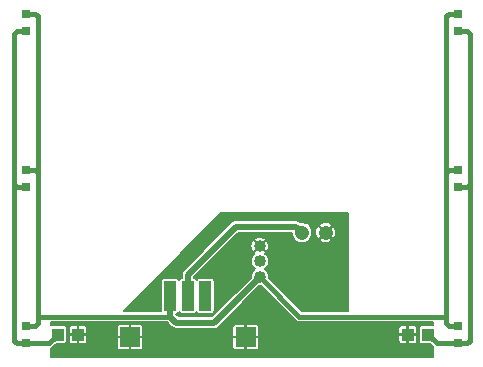
<source format=gtl>
G04 #@! TF.GenerationSoftware,KiCad,Pcbnew,6.0.0-rc1-unknown-r13375-f0c57176*
G04 #@! TF.CreationDate,2018-08-09T00:22:08-05:00*
G04 #@! TF.ProjectId,led_array,6C65645F61727261792E6B696361645F,1*
G04 #@! TF.SameCoordinates,PX7445a00PY7445a00*
G04 #@! TF.FileFunction,Copper,L1,Top,Signal*
G04 #@! TF.FilePolarity,Positive*
%FSLAX46Y46*%
G04 Gerber Fmt 4.6, Leading zero omitted, Abs format (unit mm)*
G04 Created by KiCad (PCBNEW 6.0.0-rc1-unknown-r13375-f0c57176) date Thu Aug  9 00:22:08 2018*
%MOMM*%
%LPD*%
G01*
G04 APERTURE LIST*
G04 #@! TA.AperFunction,SMDPad,CuDef*
%ADD10R,0.800000X0.800000*%
G04 #@! TD*
G04 #@! TA.AperFunction,SMDPad,CuDef*
%ADD11R,1.000000X1.100000*%
G04 #@! TD*
G04 #@! TA.AperFunction,SMDPad,CuDef*
%ADD12R,1.700000X1.700000*%
G04 #@! TD*
G04 #@! TA.AperFunction,SMDPad,CuDef*
%ADD13R,1.000000X2.500000*%
G04 #@! TD*
G04 #@! TA.AperFunction,ComponentPad*
%ADD14C,1.016000*%
G04 #@! TD*
G04 #@! TA.AperFunction,ComponentPad*
%ADD15C,1.208000*%
G04 #@! TD*
G04 #@! TA.AperFunction,ViaPad*
%ADD16C,0.800000*%
G04 #@! TD*
G04 #@! TA.AperFunction,Conductor*
%ADD17C,0.381000*%
G04 #@! TD*
G04 #@! TA.AperFunction,Conductor*
%ADD18C,0.508000*%
G04 #@! TD*
G04 #@! TA.AperFunction,Conductor*
%ADD19C,0.152400*%
G04 #@! TD*
G04 APERTURE END LIST*
D10*
G04 #@! TO.P,RED3,C*
G04 #@! TO.N,Net-(R1-Pad1)*
X1524000Y27698000D03*
G04 #@! TO.P,RED3,A*
G04 #@! TO.N,/VCC*
X1524000Y29198000D03*
G04 #@! TD*
G04 #@! TO.P,RED3,A*
G04 #@! TO.N,/VCC*
X1524000Y15990000D03*
G04 #@! TO.P,RED3,C*
G04 #@! TO.N,Net-(R1-Pad1)*
X1524000Y14490000D03*
G04 #@! TD*
G04 #@! TO.P,GREEN3,C*
G04 #@! TO.N,Net-(GREEN1-PadC)*
X38100000Y14490000D03*
G04 #@! TO.P,GREEN3,A*
G04 #@! TO.N,/VCC*
X38100000Y15990000D03*
G04 #@! TD*
G04 #@! TO.P,GREEN3,A*
G04 #@! TO.N,/VCC*
X38100000Y29198000D03*
G04 #@! TO.P,GREEN3,C*
G04 #@! TO.N,Net-(GREEN1-PadC)*
X38100000Y27698000D03*
G04 #@! TD*
D11*
G04 #@! TO.P,R1,2*
G04 #@! TO.N,/GND*
X5930000Y2032000D03*
G04 #@! TO.P,R1,1*
G04 #@! TO.N,Net-(R1-Pad1)*
X4230000Y2032000D03*
G04 #@! TD*
G04 #@! TO.P,R2,2*
G04 #@! TO.N,/GND*
X33860000Y2032000D03*
G04 #@! TO.P,R2,1*
G04 #@! TO.N,Net-(GREEN1-PadC)*
X35560000Y2032000D03*
G04 #@! TD*
D12*
G04 #@! TO.P,U$1,GND2*
G04 #@! TO.N,/GND*
X10340000Y1816000D03*
G04 #@! TO.P,U$1,GND1*
X20140000Y1816000D03*
D13*
G04 #@! TO.P,U$1,3*
G04 #@! TO.N,/VCC*
X13740000Y5316000D03*
G04 #@! TO.P,U$1,2*
G04 #@! TO.N,/BATT*
X15240000Y5316000D03*
G04 #@! TO.P,U$1,1*
G04 #@! TO.N,/FLOAT*
X16740000Y5316000D03*
G04 #@! TD*
D10*
G04 #@! TO.P,RED3,C*
G04 #@! TO.N,Net-(R1-Pad1)*
X1524000Y1282000D03*
G04 #@! TO.P,RED3,A*
G04 #@! TO.N,/VCC*
X1524000Y2782000D03*
G04 #@! TD*
G04 #@! TO.P,GREEN3,C*
G04 #@! TO.N,Net-(GREEN1-PadC)*
X38100000Y1282000D03*
G04 #@! TO.P,GREEN3,A*
G04 #@! TO.N,/VCC*
X38100000Y2782000D03*
G04 #@! TD*
D14*
G04 #@! TO.P,U$2,1*
G04 #@! TO.N,/GND*
X21336000Y9512600D03*
G04 #@! TO.P,U$2,3*
G04 #@! TO.N,/VCC*
X21336000Y6896400D03*
G04 #@! TO.P,U$2,2*
G04 #@! TO.N,/SIG*
X21336000Y8242600D03*
G04 #@! TD*
D15*
G04 #@! TO.P,U$3,PWR*
G04 #@! TO.N,/BATT*
X24908000Y10668000D03*
G04 #@! TO.P,U$3,GND*
G04 #@! TO.N,/GND*
X26908000Y10668000D03*
G04 #@! TD*
D16*
G04 #@! TO.N,/GND*
X12700000Y1524000D03*
X17780000Y1524000D03*
G04 #@! TD*
D17*
G04 #@! TO.N,Net-(R1-Pad1)*
X743000Y27698000D02*
X1524000Y27698000D01*
X508000Y27463000D02*
X743000Y27698000D01*
X743000Y1282000D02*
X508000Y1517000D01*
X1524000Y1282000D02*
X743000Y1282000D01*
X508000Y14725000D02*
X508000Y14732000D01*
X743000Y14490000D02*
X508000Y14725000D01*
X1524000Y14490000D02*
X743000Y14490000D01*
X508000Y1517000D02*
X508000Y14732000D01*
X508000Y14732000D02*
X508000Y27463000D01*
X3480000Y1282000D02*
X4230000Y2032000D01*
X1524000Y1282000D02*
X3480000Y1282000D01*
D18*
G04 #@! TO.N,/VCC*
X21336000Y6896400D02*
X17487600Y3048000D01*
X13740000Y3558000D02*
X13740000Y5316000D01*
X14250000Y3048000D02*
X13740000Y3558000D01*
X17487600Y3048000D02*
X14250000Y3048000D01*
D17*
X2305000Y29198000D02*
X2540000Y28963000D01*
X1524000Y29198000D02*
X2305000Y29198000D01*
X13738000Y3556000D02*
X13740000Y3558000D01*
X2540000Y3556000D02*
X13738000Y3556000D01*
X2540000Y3017000D02*
X2540000Y3556000D01*
X2305000Y2782000D02*
X2540000Y3017000D01*
X1524000Y2782000D02*
X2305000Y2782000D01*
X24676400Y3556000D02*
X21336000Y6896400D01*
X37084000Y3556000D02*
X24676400Y3556000D01*
X37084000Y28963000D02*
X37084000Y3556000D01*
X38100000Y29198000D02*
X37319000Y29198000D01*
X37319000Y29198000D02*
X37084000Y28963000D01*
X37084000Y3017000D02*
X37084000Y3556000D01*
X37319000Y2782000D02*
X37084000Y3017000D01*
X38100000Y2782000D02*
X37319000Y2782000D01*
X2540000Y15755000D02*
X2540000Y15240000D01*
X2305000Y15990000D02*
X2540000Y15755000D01*
X1524000Y15990000D02*
X2305000Y15990000D01*
X2540000Y28963000D02*
X2540000Y15240000D01*
X2540000Y15240000D02*
X2540000Y3556000D01*
X37319000Y15990000D02*
X37084000Y15755000D01*
X38100000Y15990000D02*
X37319000Y15990000D01*
G04 #@! TO.N,Net-(GREEN1-PadC)*
X38881000Y27698000D02*
X38100000Y27698000D01*
X39116000Y27463000D02*
X38881000Y27698000D01*
X38881000Y1282000D02*
X39116000Y1517000D01*
X38100000Y1282000D02*
X38881000Y1282000D01*
X39116000Y14725000D02*
X39116000Y14732000D01*
X38100000Y14490000D02*
X38881000Y14490000D01*
X38881000Y14490000D02*
X39116000Y14725000D01*
X39116000Y1517000D02*
X39116000Y14732000D01*
X39116000Y14732000D02*
X39116000Y27463000D01*
X36310000Y1282000D02*
X35560000Y2032000D01*
X38100000Y1282000D02*
X36310000Y1282000D01*
D18*
G04 #@! TO.N,/BATT*
X24908000Y10668000D02*
X24892000Y10668000D01*
X24892000Y10668000D02*
X24384000Y11176000D01*
X24384000Y11176000D02*
X19304000Y11176000D01*
X15240000Y7112000D02*
X15240000Y5316000D01*
X19304000Y11176000D02*
X15240000Y7112000D01*
G04 #@! TD*
D19*
G04 #@! TO.N,/GND*
G36*
X24330184Y3242203D02*
X24344797Y3224397D01*
X24362603Y3209784D01*
X24362604Y3209783D01*
X24415860Y3166076D01*
X24442311Y3151938D01*
X24496938Y3122739D01*
X24584911Y3096053D01*
X24653474Y3089300D01*
X24653485Y3089300D01*
X24676400Y3087043D01*
X24699315Y3089300D01*
X35991800Y3089300D01*
X35991800Y2859536D01*
X35060000Y2859536D01*
X35005855Y2854203D01*
X34953792Y2838410D01*
X34905809Y2812763D01*
X34863752Y2778248D01*
X34829237Y2736191D01*
X34803590Y2688208D01*
X34787797Y2636145D01*
X34782464Y2582000D01*
X34782464Y1482000D01*
X34787797Y1427855D01*
X34803590Y1375792D01*
X34829237Y1327809D01*
X34863752Y1285752D01*
X34905809Y1251237D01*
X34953792Y1225590D01*
X35005855Y1209797D01*
X35060000Y1204464D01*
X35727523Y1204464D01*
X35963783Y968204D01*
X35978397Y950397D01*
X35991800Y939397D01*
X35991800Y101200D01*
X3632200Y101200D01*
X3632200Y840469D01*
X3659462Y848739D01*
X3740539Y892076D01*
X3811603Y950397D01*
X3826221Y968209D01*
X4062476Y1204464D01*
X4730000Y1204464D01*
X4784145Y1209797D01*
X4836208Y1225590D01*
X4884191Y1251237D01*
X4926248Y1285752D01*
X4960763Y1327809D01*
X4986410Y1375792D01*
X5002203Y1427855D01*
X5007536Y1482000D01*
X5007536Y1937350D01*
X5151400Y1937350D01*
X5151400Y1454561D01*
X5162106Y1400736D01*
X5183108Y1350034D01*
X5213597Y1304403D01*
X5252403Y1265597D01*
X5298033Y1235108D01*
X5348735Y1214106D01*
X5402560Y1203400D01*
X5835350Y1203400D01*
X5905000Y1273050D01*
X5905000Y2007000D01*
X5955000Y2007000D01*
X5955000Y1273050D01*
X6024650Y1203400D01*
X6457440Y1203400D01*
X6511265Y1214106D01*
X6561967Y1235108D01*
X6607597Y1265597D01*
X6646403Y1304403D01*
X6676892Y1350034D01*
X6697894Y1400736D01*
X6708600Y1454561D01*
X6708600Y1721350D01*
X9211400Y1721350D01*
X9211400Y938560D01*
X9222106Y884735D01*
X9243108Y834033D01*
X9273597Y788403D01*
X9312403Y749597D01*
X9358034Y719108D01*
X9408736Y698106D01*
X9462561Y687400D01*
X10245350Y687400D01*
X10315000Y757050D01*
X10315000Y1791000D01*
X10365000Y1791000D01*
X10365000Y757050D01*
X10434650Y687400D01*
X11217439Y687400D01*
X11271264Y698106D01*
X11321966Y719108D01*
X11367597Y749597D01*
X11406403Y788403D01*
X11436892Y834033D01*
X11457894Y884735D01*
X11468600Y938560D01*
X11468600Y1721350D01*
X19011400Y1721350D01*
X19011400Y938560D01*
X19022106Y884735D01*
X19043108Y834033D01*
X19073597Y788403D01*
X19112403Y749597D01*
X19158034Y719108D01*
X19208736Y698106D01*
X19262561Y687400D01*
X20045350Y687400D01*
X20115000Y757050D01*
X20115000Y1791000D01*
X20165000Y1791000D01*
X20165000Y757050D01*
X20234650Y687400D01*
X21017439Y687400D01*
X21071264Y698106D01*
X21121966Y719108D01*
X21167597Y749597D01*
X21206403Y788403D01*
X21236892Y834033D01*
X21257894Y884735D01*
X21268600Y938560D01*
X21268600Y1721350D01*
X21198950Y1791000D01*
X20165000Y1791000D01*
X20115000Y1791000D01*
X19081050Y1791000D01*
X19011400Y1721350D01*
X11468600Y1721350D01*
X11398950Y1791000D01*
X10365000Y1791000D01*
X10315000Y1791000D01*
X9281050Y1791000D01*
X9211400Y1721350D01*
X6708600Y1721350D01*
X6708600Y1937350D01*
X6638950Y2007000D01*
X5955000Y2007000D01*
X5905000Y2007000D01*
X5221050Y2007000D01*
X5151400Y1937350D01*
X5007536Y1937350D01*
X5007536Y2582000D01*
X5004834Y2609439D01*
X5151400Y2609439D01*
X5151400Y2126650D01*
X5221050Y2057000D01*
X5905000Y2057000D01*
X5905000Y2790950D01*
X5955000Y2790950D01*
X5955000Y2057000D01*
X6638950Y2057000D01*
X6708600Y2126650D01*
X6708600Y2609439D01*
X6697894Y2663264D01*
X6685395Y2693440D01*
X9211400Y2693440D01*
X9211400Y1910650D01*
X9281050Y1841000D01*
X10315000Y1841000D01*
X10315000Y2874950D01*
X10365000Y2874950D01*
X10365000Y1841000D01*
X11398950Y1841000D01*
X11468600Y1910650D01*
X11468600Y2693440D01*
X11457894Y2747265D01*
X11436892Y2797967D01*
X11406403Y2843597D01*
X11367597Y2882403D01*
X11321966Y2912892D01*
X11271264Y2933894D01*
X11217439Y2944600D01*
X10434650Y2944600D01*
X10365000Y2874950D01*
X10315000Y2874950D01*
X10245350Y2944600D01*
X9462561Y2944600D01*
X9408736Y2933894D01*
X9358034Y2912892D01*
X9312403Y2882403D01*
X9273597Y2843597D01*
X9243108Y2797967D01*
X9222106Y2747265D01*
X9211400Y2693440D01*
X6685395Y2693440D01*
X6676892Y2713966D01*
X6646403Y2759597D01*
X6607597Y2798403D01*
X6561967Y2828892D01*
X6511265Y2849894D01*
X6457440Y2860600D01*
X6024650Y2860600D01*
X5955000Y2790950D01*
X5905000Y2790950D01*
X5835350Y2860600D01*
X5402560Y2860600D01*
X5348735Y2849894D01*
X5298033Y2828892D01*
X5252403Y2798403D01*
X5213597Y2759597D01*
X5183108Y2713966D01*
X5162106Y2663264D01*
X5151400Y2609439D01*
X5004834Y2609439D01*
X5002203Y2636145D01*
X4986410Y2688208D01*
X4960763Y2736191D01*
X4926248Y2778248D01*
X4884191Y2812763D01*
X4836208Y2838410D01*
X4784145Y2854203D01*
X4730000Y2859536D01*
X3730000Y2859536D01*
X3675855Y2854203D01*
X3632200Y2840961D01*
X3632200Y3089300D01*
X13458885Y3089300D01*
X13856675Y2691509D01*
X13873278Y2671278D01*
X13954012Y2605022D01*
X14046120Y2555789D01*
X14146063Y2525472D01*
X14223957Y2517800D01*
X14223960Y2517800D01*
X14250000Y2515235D01*
X14276040Y2517800D01*
X17461560Y2517800D01*
X17487600Y2515235D01*
X17513640Y2517800D01*
X17513643Y2517800D01*
X17591537Y2525472D01*
X17691480Y2555789D01*
X17783588Y2605022D01*
X17864322Y2671278D01*
X17880929Y2691514D01*
X17882855Y2693440D01*
X19011400Y2693440D01*
X19011400Y1910650D01*
X19081050Y1841000D01*
X20115000Y1841000D01*
X20115000Y2874950D01*
X20165000Y2874950D01*
X20165000Y1841000D01*
X21198950Y1841000D01*
X21268600Y1910650D01*
X21268600Y1937350D01*
X33081400Y1937350D01*
X33081400Y1454561D01*
X33092106Y1400736D01*
X33113108Y1350034D01*
X33143597Y1304403D01*
X33182403Y1265597D01*
X33228033Y1235108D01*
X33278735Y1214106D01*
X33332560Y1203400D01*
X33765350Y1203400D01*
X33835000Y1273050D01*
X33835000Y2007000D01*
X33885000Y2007000D01*
X33885000Y1273050D01*
X33954650Y1203400D01*
X34387440Y1203400D01*
X34441265Y1214106D01*
X34491967Y1235108D01*
X34537597Y1265597D01*
X34576403Y1304403D01*
X34606892Y1350034D01*
X34627894Y1400736D01*
X34638600Y1454561D01*
X34638600Y1937350D01*
X34568950Y2007000D01*
X33885000Y2007000D01*
X33835000Y2007000D01*
X33151050Y2007000D01*
X33081400Y1937350D01*
X21268600Y1937350D01*
X21268600Y2609439D01*
X33081400Y2609439D01*
X33081400Y2126650D01*
X33151050Y2057000D01*
X33835000Y2057000D01*
X33835000Y2790950D01*
X33885000Y2790950D01*
X33885000Y2057000D01*
X34568950Y2057000D01*
X34638600Y2126650D01*
X34638600Y2609439D01*
X34627894Y2663264D01*
X34606892Y2713966D01*
X34576403Y2759597D01*
X34537597Y2798403D01*
X34491967Y2828892D01*
X34441265Y2849894D01*
X34387440Y2860600D01*
X33954650Y2860600D01*
X33885000Y2790950D01*
X33835000Y2790950D01*
X33765350Y2860600D01*
X33332560Y2860600D01*
X33278735Y2849894D01*
X33228033Y2828892D01*
X33182403Y2798403D01*
X33143597Y2759597D01*
X33113108Y2713966D01*
X33092106Y2663264D01*
X33081400Y2609439D01*
X21268600Y2609439D01*
X21268600Y2693440D01*
X21257894Y2747265D01*
X21236892Y2797967D01*
X21206403Y2843597D01*
X21167597Y2882403D01*
X21121966Y2912892D01*
X21071264Y2933894D01*
X21017439Y2944600D01*
X20234650Y2944600D01*
X20165000Y2874950D01*
X20115000Y2874950D01*
X20045350Y2944600D01*
X19262561Y2944600D01*
X19208736Y2933894D01*
X19158034Y2912892D01*
X19112403Y2882403D01*
X19073597Y2843597D01*
X19043108Y2797967D01*
X19022106Y2747265D01*
X19011400Y2693440D01*
X17882855Y2693440D01*
X21301616Y6112200D01*
X21413237Y6112200D01*
X21452398Y6119990D01*
X24330184Y3242203D01*
X24330184Y3242203D01*
G37*
X24330184Y3242203D02*
X24344797Y3224397D01*
X24362603Y3209784D01*
X24362604Y3209783D01*
X24415860Y3166076D01*
X24442311Y3151938D01*
X24496938Y3122739D01*
X24584911Y3096053D01*
X24653474Y3089300D01*
X24653485Y3089300D01*
X24676400Y3087043D01*
X24699315Y3089300D01*
X35991800Y3089300D01*
X35991800Y2859536D01*
X35060000Y2859536D01*
X35005855Y2854203D01*
X34953792Y2838410D01*
X34905809Y2812763D01*
X34863752Y2778248D01*
X34829237Y2736191D01*
X34803590Y2688208D01*
X34787797Y2636145D01*
X34782464Y2582000D01*
X34782464Y1482000D01*
X34787797Y1427855D01*
X34803590Y1375792D01*
X34829237Y1327809D01*
X34863752Y1285752D01*
X34905809Y1251237D01*
X34953792Y1225590D01*
X35005855Y1209797D01*
X35060000Y1204464D01*
X35727523Y1204464D01*
X35963783Y968204D01*
X35978397Y950397D01*
X35991800Y939397D01*
X35991800Y101200D01*
X3632200Y101200D01*
X3632200Y840469D01*
X3659462Y848739D01*
X3740539Y892076D01*
X3811603Y950397D01*
X3826221Y968209D01*
X4062476Y1204464D01*
X4730000Y1204464D01*
X4784145Y1209797D01*
X4836208Y1225590D01*
X4884191Y1251237D01*
X4926248Y1285752D01*
X4960763Y1327809D01*
X4986410Y1375792D01*
X5002203Y1427855D01*
X5007536Y1482000D01*
X5007536Y1937350D01*
X5151400Y1937350D01*
X5151400Y1454561D01*
X5162106Y1400736D01*
X5183108Y1350034D01*
X5213597Y1304403D01*
X5252403Y1265597D01*
X5298033Y1235108D01*
X5348735Y1214106D01*
X5402560Y1203400D01*
X5835350Y1203400D01*
X5905000Y1273050D01*
X5905000Y2007000D01*
X5955000Y2007000D01*
X5955000Y1273050D01*
X6024650Y1203400D01*
X6457440Y1203400D01*
X6511265Y1214106D01*
X6561967Y1235108D01*
X6607597Y1265597D01*
X6646403Y1304403D01*
X6676892Y1350034D01*
X6697894Y1400736D01*
X6708600Y1454561D01*
X6708600Y1721350D01*
X9211400Y1721350D01*
X9211400Y938560D01*
X9222106Y884735D01*
X9243108Y834033D01*
X9273597Y788403D01*
X9312403Y749597D01*
X9358034Y719108D01*
X9408736Y698106D01*
X9462561Y687400D01*
X10245350Y687400D01*
X10315000Y757050D01*
X10315000Y1791000D01*
X10365000Y1791000D01*
X10365000Y757050D01*
X10434650Y687400D01*
X11217439Y687400D01*
X11271264Y698106D01*
X11321966Y719108D01*
X11367597Y749597D01*
X11406403Y788403D01*
X11436892Y834033D01*
X11457894Y884735D01*
X11468600Y938560D01*
X11468600Y1721350D01*
X19011400Y1721350D01*
X19011400Y938560D01*
X19022106Y884735D01*
X19043108Y834033D01*
X19073597Y788403D01*
X19112403Y749597D01*
X19158034Y719108D01*
X19208736Y698106D01*
X19262561Y687400D01*
X20045350Y687400D01*
X20115000Y757050D01*
X20115000Y1791000D01*
X20165000Y1791000D01*
X20165000Y757050D01*
X20234650Y687400D01*
X21017439Y687400D01*
X21071264Y698106D01*
X21121966Y719108D01*
X21167597Y749597D01*
X21206403Y788403D01*
X21236892Y834033D01*
X21257894Y884735D01*
X21268600Y938560D01*
X21268600Y1721350D01*
X21198950Y1791000D01*
X20165000Y1791000D01*
X20115000Y1791000D01*
X19081050Y1791000D01*
X19011400Y1721350D01*
X11468600Y1721350D01*
X11398950Y1791000D01*
X10365000Y1791000D01*
X10315000Y1791000D01*
X9281050Y1791000D01*
X9211400Y1721350D01*
X6708600Y1721350D01*
X6708600Y1937350D01*
X6638950Y2007000D01*
X5955000Y2007000D01*
X5905000Y2007000D01*
X5221050Y2007000D01*
X5151400Y1937350D01*
X5007536Y1937350D01*
X5007536Y2582000D01*
X5004834Y2609439D01*
X5151400Y2609439D01*
X5151400Y2126650D01*
X5221050Y2057000D01*
X5905000Y2057000D01*
X5905000Y2790950D01*
X5955000Y2790950D01*
X5955000Y2057000D01*
X6638950Y2057000D01*
X6708600Y2126650D01*
X6708600Y2609439D01*
X6697894Y2663264D01*
X6685395Y2693440D01*
X9211400Y2693440D01*
X9211400Y1910650D01*
X9281050Y1841000D01*
X10315000Y1841000D01*
X10315000Y2874950D01*
X10365000Y2874950D01*
X10365000Y1841000D01*
X11398950Y1841000D01*
X11468600Y1910650D01*
X11468600Y2693440D01*
X11457894Y2747265D01*
X11436892Y2797967D01*
X11406403Y2843597D01*
X11367597Y2882403D01*
X11321966Y2912892D01*
X11271264Y2933894D01*
X11217439Y2944600D01*
X10434650Y2944600D01*
X10365000Y2874950D01*
X10315000Y2874950D01*
X10245350Y2944600D01*
X9462561Y2944600D01*
X9408736Y2933894D01*
X9358034Y2912892D01*
X9312403Y2882403D01*
X9273597Y2843597D01*
X9243108Y2797967D01*
X9222106Y2747265D01*
X9211400Y2693440D01*
X6685395Y2693440D01*
X6676892Y2713966D01*
X6646403Y2759597D01*
X6607597Y2798403D01*
X6561967Y2828892D01*
X6511265Y2849894D01*
X6457440Y2860600D01*
X6024650Y2860600D01*
X5955000Y2790950D01*
X5905000Y2790950D01*
X5835350Y2860600D01*
X5402560Y2860600D01*
X5348735Y2849894D01*
X5298033Y2828892D01*
X5252403Y2798403D01*
X5213597Y2759597D01*
X5183108Y2713966D01*
X5162106Y2663264D01*
X5151400Y2609439D01*
X5004834Y2609439D01*
X5002203Y2636145D01*
X4986410Y2688208D01*
X4960763Y2736191D01*
X4926248Y2778248D01*
X4884191Y2812763D01*
X4836208Y2838410D01*
X4784145Y2854203D01*
X4730000Y2859536D01*
X3730000Y2859536D01*
X3675855Y2854203D01*
X3632200Y2840961D01*
X3632200Y3089300D01*
X13458885Y3089300D01*
X13856675Y2691509D01*
X13873278Y2671278D01*
X13954012Y2605022D01*
X14046120Y2555789D01*
X14146063Y2525472D01*
X14223957Y2517800D01*
X14223960Y2517800D01*
X14250000Y2515235D01*
X14276040Y2517800D01*
X17461560Y2517800D01*
X17487600Y2515235D01*
X17513640Y2517800D01*
X17513643Y2517800D01*
X17591537Y2525472D01*
X17691480Y2555789D01*
X17783588Y2605022D01*
X17864322Y2671278D01*
X17880929Y2691514D01*
X17882855Y2693440D01*
X19011400Y2693440D01*
X19011400Y1910650D01*
X19081050Y1841000D01*
X20115000Y1841000D01*
X20115000Y2874950D01*
X20165000Y2874950D01*
X20165000Y1841000D01*
X21198950Y1841000D01*
X21268600Y1910650D01*
X21268600Y1937350D01*
X33081400Y1937350D01*
X33081400Y1454561D01*
X33092106Y1400736D01*
X33113108Y1350034D01*
X33143597Y1304403D01*
X33182403Y1265597D01*
X33228033Y1235108D01*
X33278735Y1214106D01*
X33332560Y1203400D01*
X33765350Y1203400D01*
X33835000Y1273050D01*
X33835000Y2007000D01*
X33885000Y2007000D01*
X33885000Y1273050D01*
X33954650Y1203400D01*
X34387440Y1203400D01*
X34441265Y1214106D01*
X34491967Y1235108D01*
X34537597Y1265597D01*
X34576403Y1304403D01*
X34606892Y1350034D01*
X34627894Y1400736D01*
X34638600Y1454561D01*
X34638600Y1937350D01*
X34568950Y2007000D01*
X33885000Y2007000D01*
X33835000Y2007000D01*
X33151050Y2007000D01*
X33081400Y1937350D01*
X21268600Y1937350D01*
X21268600Y2609439D01*
X33081400Y2609439D01*
X33081400Y2126650D01*
X33151050Y2057000D01*
X33835000Y2057000D01*
X33835000Y2790950D01*
X33885000Y2790950D01*
X33885000Y2057000D01*
X34568950Y2057000D01*
X34638600Y2126650D01*
X34638600Y2609439D01*
X34627894Y2663264D01*
X34606892Y2713966D01*
X34576403Y2759597D01*
X34537597Y2798403D01*
X34491967Y2828892D01*
X34441265Y2849894D01*
X34387440Y2860600D01*
X33954650Y2860600D01*
X33885000Y2790950D01*
X33835000Y2790950D01*
X33765350Y2860600D01*
X33332560Y2860600D01*
X33278735Y2849894D01*
X33228033Y2828892D01*
X33182403Y2798403D01*
X33143597Y2759597D01*
X33113108Y2713966D01*
X33092106Y2663264D01*
X33081400Y2609439D01*
X21268600Y2609439D01*
X21268600Y2693440D01*
X21257894Y2747265D01*
X21236892Y2797967D01*
X21206403Y2843597D01*
X21167597Y2882403D01*
X21121966Y2912892D01*
X21071264Y2933894D01*
X21017439Y2944600D01*
X20234650Y2944600D01*
X20165000Y2874950D01*
X20115000Y2874950D01*
X20045350Y2944600D01*
X19262561Y2944600D01*
X19208736Y2933894D01*
X19158034Y2912892D01*
X19112403Y2882403D01*
X19073597Y2843597D01*
X19043108Y2797967D01*
X19022106Y2747265D01*
X19011400Y2693440D01*
X17882855Y2693440D01*
X21301616Y6112200D01*
X21413237Y6112200D01*
X21452398Y6119990D01*
X24330184Y3242203D01*
G36*
X28819801Y4070700D02*
X28819141Y4064000D01*
X28821771Y4037300D01*
X28826200Y4022700D01*
X24869713Y4022700D01*
X22112410Y6780002D01*
X22120200Y6819163D01*
X22120200Y6973637D01*
X22090063Y7125143D01*
X22030949Y7267858D01*
X21945128Y7396298D01*
X21835898Y7505528D01*
X21740157Y7569500D01*
X21835898Y7633472D01*
X21945128Y7742702D01*
X22030949Y7871142D01*
X22090063Y8013857D01*
X22120200Y8165363D01*
X22120200Y8319837D01*
X22090063Y8471343D01*
X22030949Y8614058D01*
X21945128Y8742498D01*
X21835898Y8851728D01*
X21789190Y8882937D01*
X21827667Y8985578D01*
X21336000Y9477245D01*
X20844333Y8985578D01*
X20882810Y8882937D01*
X20836102Y8851728D01*
X20726872Y8742498D01*
X20641051Y8614058D01*
X20581937Y8471343D01*
X20551800Y8319837D01*
X20551800Y8165363D01*
X20581937Y8013857D01*
X20641051Y7871142D01*
X20726872Y7742702D01*
X20836102Y7633472D01*
X20931843Y7569500D01*
X20836102Y7505528D01*
X20726872Y7396298D01*
X20641051Y7267858D01*
X20581937Y7125143D01*
X20551800Y6973637D01*
X20551800Y6862016D01*
X17267985Y3578200D01*
X14469616Y3578200D01*
X14270200Y3777615D01*
X14270200Y3791439D01*
X14294145Y3793797D01*
X14346208Y3809590D01*
X14394191Y3835237D01*
X14436248Y3869752D01*
X14470763Y3911809D01*
X14490000Y3947800D01*
X14509237Y3911809D01*
X14543752Y3869752D01*
X14585809Y3835237D01*
X14633792Y3809590D01*
X14685855Y3793797D01*
X14740000Y3788464D01*
X15740000Y3788464D01*
X15794145Y3793797D01*
X15846208Y3809590D01*
X15894191Y3835237D01*
X15936248Y3869752D01*
X15970763Y3911809D01*
X15990000Y3947800D01*
X16009237Y3911809D01*
X16043752Y3869752D01*
X16085809Y3835237D01*
X16133792Y3809590D01*
X16185855Y3793797D01*
X16240000Y3788464D01*
X17240000Y3788464D01*
X17294145Y3793797D01*
X17346208Y3809590D01*
X17394191Y3835237D01*
X17436248Y3869752D01*
X17470763Y3911809D01*
X17496410Y3959792D01*
X17512203Y4011855D01*
X17517536Y4066000D01*
X17517536Y6566000D01*
X17512203Y6620145D01*
X17496410Y6672208D01*
X17470763Y6720191D01*
X17436248Y6762248D01*
X17394191Y6796763D01*
X17346208Y6822410D01*
X17294145Y6838203D01*
X17240000Y6843536D01*
X16240000Y6843536D01*
X16185855Y6838203D01*
X16133792Y6822410D01*
X16085809Y6796763D01*
X16043752Y6762248D01*
X16009237Y6720191D01*
X15990000Y6684200D01*
X15970763Y6720191D01*
X15936248Y6762248D01*
X15894191Y6796763D01*
X15846208Y6822410D01*
X15794145Y6838203D01*
X15770200Y6840561D01*
X15770200Y6892385D01*
X18396449Y9518634D01*
X20545616Y9518634D01*
X20559626Y9364322D01*
X20603471Y9215708D01*
X20675467Y9078504D01*
X20682173Y9068468D01*
X20808978Y9020933D01*
X21300645Y9512600D01*
X21371355Y9512600D01*
X21863022Y9020933D01*
X21989827Y9068468D01*
X22063910Y9204557D01*
X22110020Y9352485D01*
X22126384Y9506566D01*
X22112374Y9660878D01*
X22068529Y9809492D01*
X21996533Y9946696D01*
X21989827Y9956732D01*
X21863022Y10004267D01*
X21371355Y9512600D01*
X21300645Y9512600D01*
X20808978Y10004267D01*
X20682173Y9956732D01*
X20608090Y9820643D01*
X20561980Y9672715D01*
X20545616Y9518634D01*
X18396449Y9518634D01*
X18917437Y10039622D01*
X20844333Y10039622D01*
X21336000Y9547955D01*
X21827667Y10039622D01*
X21780132Y10166427D01*
X21644043Y10240510D01*
X21496115Y10286620D01*
X21342034Y10302984D01*
X21187722Y10288974D01*
X21039108Y10245129D01*
X20901904Y10173133D01*
X20891868Y10166427D01*
X20844333Y10039622D01*
X18917437Y10039622D01*
X19523616Y10645800D01*
X24027800Y10645800D01*
X24027800Y10581308D01*
X24061626Y10411255D01*
X24127977Y10251069D01*
X24224304Y10106905D01*
X24346905Y9984304D01*
X24491069Y9887977D01*
X24651255Y9821626D01*
X24821308Y9787800D01*
X24994692Y9787800D01*
X25164745Y9821626D01*
X25324931Y9887977D01*
X25469095Y9984304D01*
X25557521Y10072730D01*
X26348085Y10072730D01*
X26407142Y9936096D01*
X26559553Y9852447D01*
X26725355Y9800139D01*
X26898175Y9781182D01*
X27071374Y9796306D01*
X27238294Y9844928D01*
X27392521Y9925180D01*
X27408858Y9936096D01*
X27467915Y10072730D01*
X26908000Y10632645D01*
X26348085Y10072730D01*
X25557521Y10072730D01*
X25591696Y10106905D01*
X25688023Y10251069D01*
X25754374Y10411255D01*
X25788200Y10581308D01*
X25788200Y10677825D01*
X26021182Y10677825D01*
X26036306Y10504626D01*
X26084928Y10337706D01*
X26165180Y10183479D01*
X26176096Y10167142D01*
X26312730Y10108085D01*
X26872645Y10668000D01*
X26943355Y10668000D01*
X27503270Y10108085D01*
X27639904Y10167142D01*
X27723553Y10319553D01*
X27775861Y10485355D01*
X27794818Y10658175D01*
X27779694Y10831374D01*
X27731072Y10998294D01*
X27650820Y11152521D01*
X27639904Y11168858D01*
X27503270Y11227915D01*
X26943355Y10668000D01*
X26872645Y10668000D01*
X26312730Y11227915D01*
X26176096Y11168858D01*
X26092447Y11016447D01*
X26040139Y10850645D01*
X26021182Y10677825D01*
X25788200Y10677825D01*
X25788200Y10754692D01*
X25754374Y10924745D01*
X25688023Y11084931D01*
X25591696Y11229095D01*
X25557521Y11263270D01*
X26348085Y11263270D01*
X26908000Y10703355D01*
X27467915Y11263270D01*
X27408858Y11399904D01*
X27256447Y11483553D01*
X27090645Y11535861D01*
X26917825Y11554818D01*
X26744626Y11539694D01*
X26577706Y11491072D01*
X26423479Y11410820D01*
X26407142Y11399904D01*
X26348085Y11263270D01*
X25557521Y11263270D01*
X25469095Y11351696D01*
X25324931Y11448023D01*
X25164745Y11514374D01*
X24994692Y11548200D01*
X24821308Y11548200D01*
X24772415Y11538474D01*
X24760722Y11552722D01*
X24679988Y11618978D01*
X24587880Y11668211D01*
X24487937Y11698528D01*
X24410043Y11706200D01*
X24410040Y11706200D01*
X24384000Y11708765D01*
X24357960Y11706200D01*
X19330040Y11706200D01*
X19304000Y11708765D01*
X19277960Y11706200D01*
X19277957Y11706200D01*
X19200063Y11698528D01*
X19100120Y11668211D01*
X19008012Y11618978D01*
X18927278Y11552722D01*
X18910675Y11532491D01*
X14883514Y7505329D01*
X14863278Y7488722D01*
X14797022Y7407988D01*
X14747789Y7315879D01*
X14717472Y7215936D01*
X14709800Y7138043D01*
X14707235Y7112000D01*
X14709800Y7085960D01*
X14709800Y6840561D01*
X14685855Y6838203D01*
X14633792Y6822410D01*
X14585809Y6796763D01*
X14543752Y6762248D01*
X14509237Y6720191D01*
X14490000Y6684200D01*
X14470763Y6720191D01*
X14436248Y6762248D01*
X14394191Y6796763D01*
X14346208Y6822410D01*
X14294145Y6838203D01*
X14240000Y6843536D01*
X13240000Y6843536D01*
X13185855Y6838203D01*
X13133792Y6822410D01*
X13085809Y6796763D01*
X13043752Y6762248D01*
X13009237Y6720191D01*
X12983590Y6672208D01*
X12967797Y6620145D01*
X12962464Y6566000D01*
X12962464Y4066000D01*
X12966729Y4022700D01*
X9803315Y4022700D01*
X18090416Y12309800D01*
X28819800Y12309800D01*
X28819801Y4070700D01*
X28819801Y4070700D01*
G37*
X28819801Y4070700D02*
X28819141Y4064000D01*
X28821771Y4037300D01*
X28826200Y4022700D01*
X24869713Y4022700D01*
X22112410Y6780002D01*
X22120200Y6819163D01*
X22120200Y6973637D01*
X22090063Y7125143D01*
X22030949Y7267858D01*
X21945128Y7396298D01*
X21835898Y7505528D01*
X21740157Y7569500D01*
X21835898Y7633472D01*
X21945128Y7742702D01*
X22030949Y7871142D01*
X22090063Y8013857D01*
X22120200Y8165363D01*
X22120200Y8319837D01*
X22090063Y8471343D01*
X22030949Y8614058D01*
X21945128Y8742498D01*
X21835898Y8851728D01*
X21789190Y8882937D01*
X21827667Y8985578D01*
X21336000Y9477245D01*
X20844333Y8985578D01*
X20882810Y8882937D01*
X20836102Y8851728D01*
X20726872Y8742498D01*
X20641051Y8614058D01*
X20581937Y8471343D01*
X20551800Y8319837D01*
X20551800Y8165363D01*
X20581937Y8013857D01*
X20641051Y7871142D01*
X20726872Y7742702D01*
X20836102Y7633472D01*
X20931843Y7569500D01*
X20836102Y7505528D01*
X20726872Y7396298D01*
X20641051Y7267858D01*
X20581937Y7125143D01*
X20551800Y6973637D01*
X20551800Y6862016D01*
X17267985Y3578200D01*
X14469616Y3578200D01*
X14270200Y3777615D01*
X14270200Y3791439D01*
X14294145Y3793797D01*
X14346208Y3809590D01*
X14394191Y3835237D01*
X14436248Y3869752D01*
X14470763Y3911809D01*
X14490000Y3947800D01*
X14509237Y3911809D01*
X14543752Y3869752D01*
X14585809Y3835237D01*
X14633792Y3809590D01*
X14685855Y3793797D01*
X14740000Y3788464D01*
X15740000Y3788464D01*
X15794145Y3793797D01*
X15846208Y3809590D01*
X15894191Y3835237D01*
X15936248Y3869752D01*
X15970763Y3911809D01*
X15990000Y3947800D01*
X16009237Y3911809D01*
X16043752Y3869752D01*
X16085809Y3835237D01*
X16133792Y3809590D01*
X16185855Y3793797D01*
X16240000Y3788464D01*
X17240000Y3788464D01*
X17294145Y3793797D01*
X17346208Y3809590D01*
X17394191Y3835237D01*
X17436248Y3869752D01*
X17470763Y3911809D01*
X17496410Y3959792D01*
X17512203Y4011855D01*
X17517536Y4066000D01*
X17517536Y6566000D01*
X17512203Y6620145D01*
X17496410Y6672208D01*
X17470763Y6720191D01*
X17436248Y6762248D01*
X17394191Y6796763D01*
X17346208Y6822410D01*
X17294145Y6838203D01*
X17240000Y6843536D01*
X16240000Y6843536D01*
X16185855Y6838203D01*
X16133792Y6822410D01*
X16085809Y6796763D01*
X16043752Y6762248D01*
X16009237Y6720191D01*
X15990000Y6684200D01*
X15970763Y6720191D01*
X15936248Y6762248D01*
X15894191Y6796763D01*
X15846208Y6822410D01*
X15794145Y6838203D01*
X15770200Y6840561D01*
X15770200Y6892385D01*
X18396449Y9518634D01*
X20545616Y9518634D01*
X20559626Y9364322D01*
X20603471Y9215708D01*
X20675467Y9078504D01*
X20682173Y9068468D01*
X20808978Y9020933D01*
X21300645Y9512600D01*
X21371355Y9512600D01*
X21863022Y9020933D01*
X21989827Y9068468D01*
X22063910Y9204557D01*
X22110020Y9352485D01*
X22126384Y9506566D01*
X22112374Y9660878D01*
X22068529Y9809492D01*
X21996533Y9946696D01*
X21989827Y9956732D01*
X21863022Y10004267D01*
X21371355Y9512600D01*
X21300645Y9512600D01*
X20808978Y10004267D01*
X20682173Y9956732D01*
X20608090Y9820643D01*
X20561980Y9672715D01*
X20545616Y9518634D01*
X18396449Y9518634D01*
X18917437Y10039622D01*
X20844333Y10039622D01*
X21336000Y9547955D01*
X21827667Y10039622D01*
X21780132Y10166427D01*
X21644043Y10240510D01*
X21496115Y10286620D01*
X21342034Y10302984D01*
X21187722Y10288974D01*
X21039108Y10245129D01*
X20901904Y10173133D01*
X20891868Y10166427D01*
X20844333Y10039622D01*
X18917437Y10039622D01*
X19523616Y10645800D01*
X24027800Y10645800D01*
X24027800Y10581308D01*
X24061626Y10411255D01*
X24127977Y10251069D01*
X24224304Y10106905D01*
X24346905Y9984304D01*
X24491069Y9887977D01*
X24651255Y9821626D01*
X24821308Y9787800D01*
X24994692Y9787800D01*
X25164745Y9821626D01*
X25324931Y9887977D01*
X25469095Y9984304D01*
X25557521Y10072730D01*
X26348085Y10072730D01*
X26407142Y9936096D01*
X26559553Y9852447D01*
X26725355Y9800139D01*
X26898175Y9781182D01*
X27071374Y9796306D01*
X27238294Y9844928D01*
X27392521Y9925180D01*
X27408858Y9936096D01*
X27467915Y10072730D01*
X26908000Y10632645D01*
X26348085Y10072730D01*
X25557521Y10072730D01*
X25591696Y10106905D01*
X25688023Y10251069D01*
X25754374Y10411255D01*
X25788200Y10581308D01*
X25788200Y10677825D01*
X26021182Y10677825D01*
X26036306Y10504626D01*
X26084928Y10337706D01*
X26165180Y10183479D01*
X26176096Y10167142D01*
X26312730Y10108085D01*
X26872645Y10668000D01*
X26943355Y10668000D01*
X27503270Y10108085D01*
X27639904Y10167142D01*
X27723553Y10319553D01*
X27775861Y10485355D01*
X27794818Y10658175D01*
X27779694Y10831374D01*
X27731072Y10998294D01*
X27650820Y11152521D01*
X27639904Y11168858D01*
X27503270Y11227915D01*
X26943355Y10668000D01*
X26872645Y10668000D01*
X26312730Y11227915D01*
X26176096Y11168858D01*
X26092447Y11016447D01*
X26040139Y10850645D01*
X26021182Y10677825D01*
X25788200Y10677825D01*
X25788200Y10754692D01*
X25754374Y10924745D01*
X25688023Y11084931D01*
X25591696Y11229095D01*
X25557521Y11263270D01*
X26348085Y11263270D01*
X26908000Y10703355D01*
X27467915Y11263270D01*
X27408858Y11399904D01*
X27256447Y11483553D01*
X27090645Y11535861D01*
X26917825Y11554818D01*
X26744626Y11539694D01*
X26577706Y11491072D01*
X26423479Y11410820D01*
X26407142Y11399904D01*
X26348085Y11263270D01*
X25557521Y11263270D01*
X25469095Y11351696D01*
X25324931Y11448023D01*
X25164745Y11514374D01*
X24994692Y11548200D01*
X24821308Y11548200D01*
X24772415Y11538474D01*
X24760722Y11552722D01*
X24679988Y11618978D01*
X24587880Y11668211D01*
X24487937Y11698528D01*
X24410043Y11706200D01*
X24410040Y11706200D01*
X24384000Y11708765D01*
X24357960Y11706200D01*
X19330040Y11706200D01*
X19304000Y11708765D01*
X19277960Y11706200D01*
X19277957Y11706200D01*
X19200063Y11698528D01*
X19100120Y11668211D01*
X19008012Y11618978D01*
X18927278Y11552722D01*
X18910675Y11532491D01*
X14883514Y7505329D01*
X14863278Y7488722D01*
X14797022Y7407988D01*
X14747789Y7315879D01*
X14717472Y7215936D01*
X14709800Y7138043D01*
X14707235Y7112000D01*
X14709800Y7085960D01*
X14709800Y6840561D01*
X14685855Y6838203D01*
X14633792Y6822410D01*
X14585809Y6796763D01*
X14543752Y6762248D01*
X14509237Y6720191D01*
X14490000Y6684200D01*
X14470763Y6720191D01*
X14436248Y6762248D01*
X14394191Y6796763D01*
X14346208Y6822410D01*
X14294145Y6838203D01*
X14240000Y6843536D01*
X13240000Y6843536D01*
X13185855Y6838203D01*
X13133792Y6822410D01*
X13085809Y6796763D01*
X13043752Y6762248D01*
X13009237Y6720191D01*
X12983590Y6672208D01*
X12967797Y6620145D01*
X12962464Y6566000D01*
X12962464Y4066000D01*
X12966729Y4022700D01*
X9803315Y4022700D01*
X18090416Y12309800D01*
X28819800Y12309800D01*
X28819801Y4070700D01*
G04 #@! TD*
M02*

</source>
